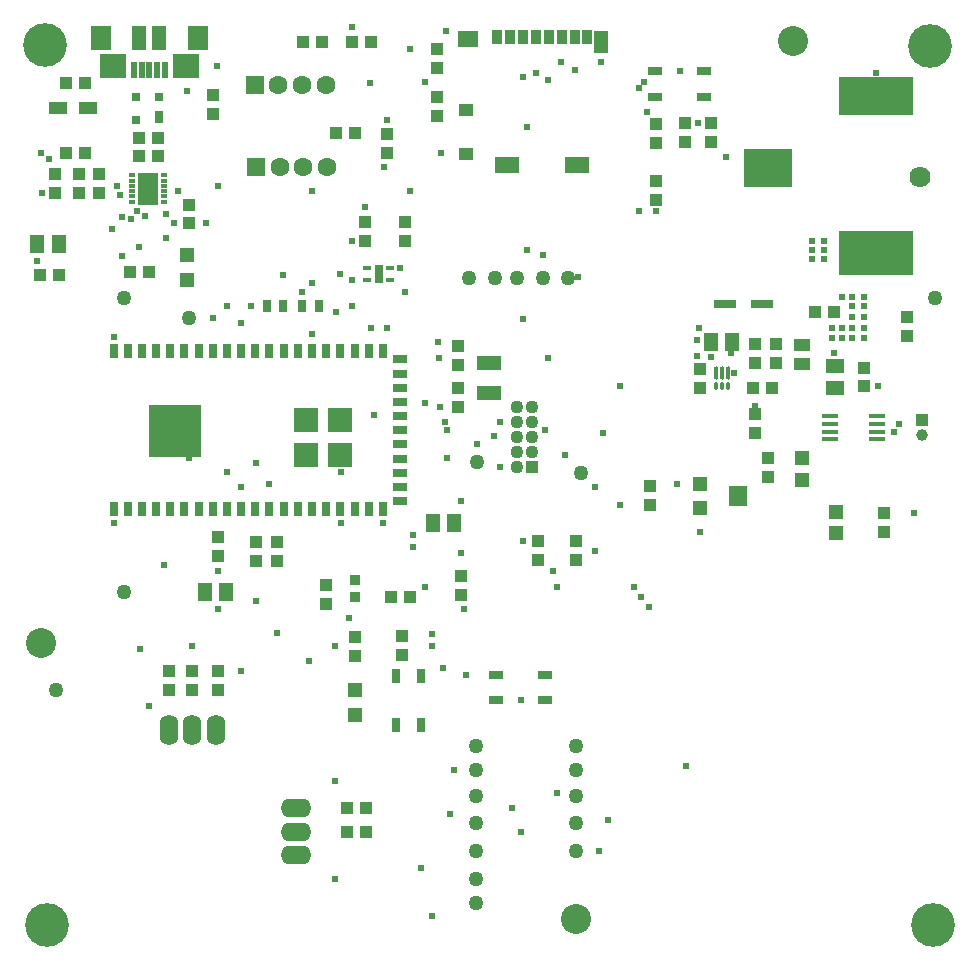
<source format=gts>
G04*
G04 #@! TF.GenerationSoftware,Altium Limited,Altium Designer,21.1.1 (26)*
G04*
G04 Layer_Color=8388736*
%FSLAX25Y25*%
%MOIN*%
G70*
G04*
G04 #@! TF.SameCoordinates,BA33E46C-C8C0-473A-8748-ADA81A7699FD*
G04*
G04*
G04 #@! TF.FilePolarity,Negative*
G04*
G01*
G75*
%ADD27R,0.15984X0.12992*%
%ADD28R,0.25000X0.15000*%
%ADD29R,0.25000X0.12992*%
%ADD30C,0.05000*%
%ADD49R,0.05315X0.01772*%
%ADD65R,0.02559X0.01378*%
%ADD66R,0.02559X0.01378*%
%ADD67R,0.02756X0.06299*%
%ADD68R,0.04534X0.02959*%
%ADD69R,0.04337X0.03943*%
%ADD70R,0.04928X0.06109*%
%ADD71R,0.08874X0.08874*%
%ADD72R,0.08274X0.08274*%
%ADD73R,0.05124X0.03156*%
%ADD74R,0.03156X0.05124*%
%ADD75R,0.03943X0.04337*%
%ADD76R,0.07290X0.02762*%
%ADD77R,0.05124X0.05124*%
%ADD78C,0.10000*%
%ADD79R,0.06306X0.06699*%
%ADD80R,0.05124X0.05124*%
%ADD81R,0.04731X0.04731*%
%ADD82R,0.06109X0.04928*%
%ADD83R,0.05715X0.04140*%
%ADD84R,0.03156X0.03943*%
%ADD85R,0.02959X0.04534*%
%ADD86R,0.01975X0.05715*%
%ADD87R,0.08668X0.08274*%
%ADD88R,0.06699X0.07880*%
%ADD89R,0.05124X0.07880*%
G04:AMPARAMS|DCode=90|XSize=27.62mil|YSize=13.84mil|CornerRadius=4.46mil|HoleSize=0mil|Usage=FLASHONLY|Rotation=90.000|XOffset=0mil|YOffset=0mil|HoleType=Round|Shape=RoundedRectangle|*
%AMROUNDEDRECTD90*
21,1,0.02762,0.00492,0,0,90.0*
21,1,0.01870,0.01384,0,0,90.0*
1,1,0.00892,0.00246,0.00935*
1,1,0.00892,0.00246,-0.00935*
1,1,0.00892,-0.00246,-0.00935*
1,1,0.00892,-0.00246,0.00935*
%
%ADD90ROUNDEDRECTD90*%
G04:AMPARAMS|DCode=91|XSize=43.37mil|YSize=11.87mil|CornerRadius=3.97mil|HoleSize=0mil|Usage=FLASHONLY|Rotation=90.000|XOffset=0mil|YOffset=0mil|HoleType=Round|Shape=RoundedRectangle|*
%AMROUNDEDRECTD91*
21,1,0.04337,0.00394,0,0,90.0*
21,1,0.03543,0.01187,0,0,90.0*
1,1,0.00794,0.00197,0.01772*
1,1,0.00794,0.00197,-0.01772*
1,1,0.00794,-0.00197,-0.01772*
1,1,0.00794,-0.00197,0.01772*
%
%ADD91ROUNDEDRECTD91*%
%ADD92R,0.07102X0.10646*%
%ADD93R,0.01975X0.01384*%
%ADD94R,0.05912X0.04337*%
%ADD95R,0.07880X0.04731*%
%ADD96R,0.03550X0.03550*%
%ADD97R,0.03156X0.02762*%
%ADD98R,0.03156X0.04337*%
%ADD99R,0.07880X0.05715*%
%ADD100R,0.05124X0.04337*%
%ADD101R,0.06502X0.05715*%
%ADD102R,0.03747X0.04731*%
%ADD103R,0.03353X0.04731*%
%ADD104R,0.05006X0.07487*%
%ADD105R,0.03937X0.03937*%
%ADD106C,0.03937*%
%ADD107C,0.07008*%
%ADD108C,0.04360*%
%ADD109R,0.04360X0.04360*%
%ADD110O,0.10243X0.06306*%
%ADD111O,0.06306X0.10243*%
%ADD112C,0.06306*%
%ADD113R,0.06306X0.06306*%
%ADD114C,0.14573*%
%ADD115C,0.02400*%
D27*
X250197Y262047D02*
D03*
D28*
X286181Y233740D02*
D03*
D29*
Y286063D02*
D03*
D30*
X305906Y218981D02*
D03*
X186221Y34646D02*
D03*
Y43701D02*
D03*
Y52756D02*
D03*
X13000Y88189D02*
D03*
X186221Y69685D02*
D03*
X153150Y164218D02*
D03*
X187795Y160614D02*
D03*
X152756Y17323D02*
D03*
Y69685D02*
D03*
X183465Y225590D02*
D03*
X159055D02*
D03*
X152756Y25197D02*
D03*
Y34646D02*
D03*
Y43701D02*
D03*
X57087Y212205D02*
D03*
X175197Y225590D02*
D03*
X35433Y121000D02*
D03*
X152756Y52756D02*
D03*
Y61417D02*
D03*
X166535Y225590D02*
D03*
X150394D02*
D03*
X186221Y61417D02*
D03*
X35433Y218898D02*
D03*
D49*
X270965Y179429D02*
D03*
Y176870D02*
D03*
Y174311D02*
D03*
Y171752D02*
D03*
X286516D02*
D03*
Y174311D02*
D03*
Y176870D02*
D03*
Y179429D02*
D03*
D65*
X124311Y228740D02*
D03*
D66*
X124311Y224803D02*
D03*
X116634D02*
D03*
Y228740D02*
D03*
D67*
X120472Y226772D02*
D03*
D68*
X175886Y93209D02*
D03*
X159547D02*
D03*
Y84744D02*
D03*
X175886D02*
D03*
X212697Y285925D02*
D03*
X229035D02*
D03*
Y294390D02*
D03*
X212697D02*
D03*
D69*
X186221Y137795D02*
D03*
Y131496D02*
D03*
X86614Y137402D02*
D03*
Y131102D02*
D03*
X211024Y156299D02*
D03*
Y150000D02*
D03*
X146850Y196653D02*
D03*
Y202953D02*
D03*
X296457Y212598D02*
D03*
Y206299D02*
D03*
X282283Y189370D02*
D03*
Y195669D02*
D03*
X147872Y120000D02*
D03*
Y126299D02*
D03*
X245866Y180020D02*
D03*
Y173721D02*
D03*
X50394Y94488D02*
D03*
Y88189D02*
D03*
X58268Y88189D02*
D03*
Y94488D02*
D03*
X66929Y94488D02*
D03*
Y88189D02*
D03*
X129134Y244094D02*
D03*
Y237795D02*
D03*
X123228Y273622D02*
D03*
Y267323D02*
D03*
X66929Y139150D02*
D03*
Y132850D02*
D03*
X79528Y137402D02*
D03*
Y131102D02*
D03*
X128093Y106299D02*
D03*
Y100000D02*
D03*
X112598Y99606D02*
D03*
Y105905D02*
D03*
X115748Y244094D02*
D03*
Y237795D02*
D03*
X146850Y188976D02*
D03*
Y182677D02*
D03*
X102857Y116746D02*
D03*
Y123045D02*
D03*
X173622Y137795D02*
D03*
Y131496D02*
D03*
X253000Y197244D02*
D03*
Y203543D02*
D03*
X245866D02*
D03*
Y197244D02*
D03*
X250197Y159055D02*
D03*
Y165354D02*
D03*
X212992Y276772D02*
D03*
Y270472D02*
D03*
X222441Y270866D02*
D03*
Y277165D02*
D03*
X231102Y277165D02*
D03*
Y270866D02*
D03*
X212992Y257874D02*
D03*
Y251575D02*
D03*
X288976Y147244D02*
D03*
Y140945D02*
D03*
X227559Y195260D02*
D03*
Y188961D02*
D03*
X139764Y301969D02*
D03*
Y295669D02*
D03*
X20472Y260236D02*
D03*
Y253937D02*
D03*
X57087Y250000D02*
D03*
Y243701D02*
D03*
X65136Y280228D02*
D03*
Y286528D02*
D03*
X12598Y253937D02*
D03*
Y260236D02*
D03*
X27165Y253937D02*
D03*
Y260236D02*
D03*
X139764Y279472D02*
D03*
Y285771D02*
D03*
X40400Y272328D02*
D03*
Y266028D02*
D03*
X46900D02*
D03*
Y272328D02*
D03*
D70*
X238189Y204283D02*
D03*
X231102D02*
D03*
X138457Y144000D02*
D03*
X145543D02*
D03*
X62457Y121000D02*
D03*
X69543D02*
D03*
X13780Y237008D02*
D03*
X6693D02*
D03*
D71*
X48108Y178916D02*
D03*
X56840D02*
D03*
X48108Y170325D02*
D03*
X56840D02*
D03*
D72*
X96360Y178105D02*
D03*
X107600D02*
D03*
X96360Y166593D02*
D03*
X107600D02*
D03*
D73*
X127502Y155890D02*
D03*
Y198409D02*
D03*
Y193685D02*
D03*
Y188961D02*
D03*
Y184236D02*
D03*
Y179512D02*
D03*
Y174787D02*
D03*
Y170063D02*
D03*
Y165339D02*
D03*
Y160614D02*
D03*
Y151165D02*
D03*
D74*
X32065Y201181D02*
D03*
X36789D02*
D03*
X41514D02*
D03*
X46238D02*
D03*
X50963D02*
D03*
X55687D02*
D03*
X60411D02*
D03*
X65136D02*
D03*
X69860D02*
D03*
X74585D02*
D03*
X79309D02*
D03*
X84034D02*
D03*
X88758D02*
D03*
X93482D02*
D03*
X98207D02*
D03*
X102931D02*
D03*
X107656D02*
D03*
X112380D02*
D03*
X117104D02*
D03*
X121829D02*
D03*
Y148425D02*
D03*
X117104D02*
D03*
X112380D02*
D03*
X107656D02*
D03*
X102931D02*
D03*
X98207D02*
D03*
X93482D02*
D03*
X88758D02*
D03*
X84034D02*
D03*
X79309D02*
D03*
X74585D02*
D03*
X69860D02*
D03*
X65136D02*
D03*
X60411D02*
D03*
X55687D02*
D03*
X50963D02*
D03*
X46238D02*
D03*
X41514D02*
D03*
X36789D02*
D03*
X32065D02*
D03*
D75*
X101575Y304331D02*
D03*
X95276D02*
D03*
X16142Y267323D02*
D03*
X22441D02*
D03*
X265850Y214231D02*
D03*
X272150D02*
D03*
X109843Y48819D02*
D03*
X116142D02*
D03*
X109843Y40945D02*
D03*
X116142D02*
D03*
X130709Y119291D02*
D03*
X124409D02*
D03*
X111417Y304309D02*
D03*
X117717D02*
D03*
X22441Y290551D02*
D03*
X16142D02*
D03*
X251378Y188961D02*
D03*
X245079D02*
D03*
X112598Y273699D02*
D03*
X106299D02*
D03*
X13780Y226378D02*
D03*
X7480D02*
D03*
X37659Y227559D02*
D03*
X43958D02*
D03*
D76*
X248228Y217000D02*
D03*
X236024D02*
D03*
D77*
X56500Y233268D02*
D03*
Y225000D02*
D03*
X112598Y79921D02*
D03*
Y88189D02*
D03*
D78*
X8000Y104000D02*
D03*
X258500Y304500D02*
D03*
X186221Y12000D02*
D03*
D79*
X240354Y152756D02*
D03*
D80*
X227559Y148819D02*
D03*
Y156693D02*
D03*
D81*
X261417Y158268D02*
D03*
Y165354D02*
D03*
X272835Y140551D02*
D03*
Y147638D02*
D03*
D82*
X272441Y188976D02*
D03*
Y196063D02*
D03*
D83*
X261417Y203150D02*
D03*
Y196850D02*
D03*
D84*
X100394Y216142D02*
D03*
X94882D02*
D03*
X83071D02*
D03*
X88583D02*
D03*
D85*
X126083Y92815D02*
D03*
Y76476D02*
D03*
X134547D02*
D03*
Y92815D02*
D03*
D86*
X38840Y294847D02*
D03*
X41399D02*
D03*
X43958D02*
D03*
X46517D02*
D03*
X49076D02*
D03*
D87*
X31754Y296126D02*
D03*
X56163D02*
D03*
D88*
X27817Y305378D02*
D03*
X60100D02*
D03*
D89*
X40612D02*
D03*
X47305D02*
D03*
D90*
X233032Y189370D02*
D03*
X235000D02*
D03*
X236968D02*
D03*
D91*
Y193701D02*
D03*
X235000D02*
D03*
X233032D02*
D03*
D92*
X43485Y255349D02*
D03*
D93*
X48800Y259778D02*
D03*
Y258006D02*
D03*
Y256235D02*
D03*
Y254463D02*
D03*
Y252691D02*
D03*
Y250920D02*
D03*
X38170D02*
D03*
Y252691D02*
D03*
Y254463D02*
D03*
Y256235D02*
D03*
Y258006D02*
D03*
Y259778D02*
D03*
D94*
X13386Y282283D02*
D03*
X23622D02*
D03*
D95*
X157110Y187205D02*
D03*
Y197047D02*
D03*
D96*
X112598Y119095D02*
D03*
Y125000D02*
D03*
D97*
X39451Y278291D02*
D03*
X47325Y285771D02*
D03*
X39451D02*
D03*
D98*
X47325Y279078D02*
D03*
D99*
X186655Y263069D02*
D03*
X163152D02*
D03*
D100*
X149372Y281474D02*
D03*
Y266908D02*
D03*
D101*
X150061Y305195D02*
D03*
D102*
X159746Y305687D02*
D03*
X164077D02*
D03*
X168407D02*
D03*
X172738D02*
D03*
X177069D02*
D03*
X181400D02*
D03*
X185730D02*
D03*
D103*
X189864D02*
D03*
D104*
X194628Y304309D02*
D03*
D105*
X301378Y178051D02*
D03*
D106*
Y173130D02*
D03*
D107*
X300984Y259055D02*
D03*
D108*
X166654Y182677D02*
D03*
X171653D02*
D03*
Y172677D02*
D03*
Y177677D02*
D03*
X166654Y172677D02*
D03*
Y177677D02*
D03*
Y167677D02*
D03*
Y162677D02*
D03*
X171653Y167677D02*
D03*
D109*
Y162677D02*
D03*
D110*
X92815Y33071D02*
D03*
Y40945D02*
D03*
Y48819D02*
D03*
D111*
X66142Y75000D02*
D03*
X58268D02*
D03*
X50394D02*
D03*
D112*
X95276Y262402D02*
D03*
X87402D02*
D03*
X103150D02*
D03*
X94882Y290002D02*
D03*
X87008D02*
D03*
X102756D02*
D03*
D113*
X79527Y262402D02*
D03*
X79134Y290002D02*
D03*
D114*
X9843Y9843D02*
D03*
X305118D02*
D03*
X9252Y303346D02*
D03*
X304280Y303000D02*
D03*
D115*
X238000Y200476D02*
D03*
X239000Y193772D02*
D03*
X132000Y139982D02*
D03*
X121829Y143877D02*
D03*
X108000D02*
D03*
X32123D02*
D03*
X32065Y205689D02*
D03*
X127502Y228740D02*
D03*
X108000Y161000D02*
D03*
X57086Y165354D02*
D03*
X231210Y199127D02*
D03*
X226378Y204784D02*
D03*
Y199521D02*
D03*
X227059Y208699D02*
D03*
X264875Y232000D02*
D03*
X268787Y232000D02*
D03*
X264875Y235000D02*
D03*
X268787D02*
D03*
Y238000D02*
D03*
X264875D02*
D03*
X272150Y200679D02*
D03*
X282283Y205512D02*
D03*
X278091D02*
D03*
X274721D02*
D03*
X271650D02*
D03*
Y208699D02*
D03*
X274721D02*
D03*
X282283D02*
D03*
X278091D02*
D03*
X282283Y212598D02*
D03*
X278091D02*
D03*
Y216219D02*
D03*
X282283Y216123D02*
D03*
Y219291D02*
D03*
X278091D02*
D03*
X274721D02*
D03*
X286306Y294015D02*
D03*
X187000Y225736D02*
D03*
X246000Y183000D02*
D03*
X212992Y248000D02*
D03*
X111396Y237795D02*
D03*
X287000Y189370D02*
D03*
X37900Y245163D02*
D03*
X40000Y248000D02*
D03*
X34931Y246000D02*
D03*
X10374Y265220D02*
D03*
X123151Y278291D02*
D03*
X209000Y290720D02*
D03*
X34226Y253232D02*
D03*
X33071Y256235D02*
D03*
X140775Y182677D02*
D03*
X140157Y204283D02*
D03*
X42488Y246063D02*
D03*
X63000Y243701D02*
D03*
X294000Y177000D02*
D03*
X119000Y180000D02*
D03*
X182450Y166593D02*
D03*
X194000Y34646D02*
D03*
X180000Y122441D02*
D03*
X178528Y127696D02*
D03*
X197000Y45000D02*
D03*
X170000Y235000D02*
D03*
Y276007D02*
D03*
X194628Y297450D02*
D03*
X207087Y288739D02*
D03*
X175300Y233268D02*
D03*
X210000Y281000D02*
D03*
X172738Y293926D02*
D03*
X177000Y291616D02*
D03*
X186000Y295000D02*
D03*
X130709Y254463D02*
D03*
Y301969D02*
D03*
X52105Y243701D02*
D03*
X49500Y239000D02*
D03*
X40612Y235827D02*
D03*
X31638Y242000D02*
D03*
X49400Y246942D02*
D03*
X34931Y232799D02*
D03*
X111396Y216142D02*
D03*
X111417Y224803D02*
D03*
X98353Y207000D02*
D03*
X98207Y223928D02*
D03*
X98353Y254463D02*
D03*
X153150Y170063D02*
D03*
X142519Y177677D02*
D03*
X158978Y172742D02*
D03*
X200787Y150000D02*
D03*
X195276Y173721D02*
D03*
X180000Y54000D02*
D03*
X148788Y115071D02*
D03*
X149458Y93209D02*
D03*
X134547Y29000D02*
D03*
X167717Y84744D02*
D03*
Y40945D02*
D03*
X165000Y48819D02*
D03*
X136000Y184000D02*
D03*
X144122Y47000D02*
D03*
X138189Y13000D02*
D03*
X58268Y103000D02*
D03*
X97120Y98000D02*
D03*
X69860Y160931D02*
D03*
X145543Y61613D02*
D03*
X79528Y164000D02*
D03*
X74585Y210630D02*
D03*
X106000Y58000D02*
D03*
Y25197D02*
D03*
X84034Y157000D02*
D03*
X118012Y208957D02*
D03*
X123228D02*
D03*
X48945Y129945D02*
D03*
X74585Y94488D02*
D03*
X142000Y95550D02*
D03*
X140645Y199000D02*
D03*
X177000Y198731D02*
D03*
X44000Y83000D02*
D03*
X41000Y102000D02*
D03*
X147872Y151165D02*
D03*
X192520Y134667D02*
D03*
X148000Y134000D02*
D03*
X168407Y137795D02*
D03*
X136000Y122441D02*
D03*
X132000Y136000D02*
D03*
X168407Y211713D02*
D03*
X74585Y155890D02*
D03*
X79528Y117935D02*
D03*
X175886Y174803D02*
D03*
X106209Y214280D02*
D03*
X207087Y248000D02*
D03*
X236055Y265913D02*
D03*
X226772Y277165D02*
D03*
X220866Y294390D02*
D03*
X227559Y140945D02*
D03*
X223000Y63000D02*
D03*
X141339Y267323D02*
D03*
X143000Y308000D02*
D03*
X181362Y297390D02*
D03*
X219783Y156693D02*
D03*
X210700Y116000D02*
D03*
X138189Y103000D02*
D03*
X106000D02*
D03*
X66929Y115071D02*
D03*
Y128000D02*
D03*
X208000Y119291D02*
D03*
X138189Y106693D02*
D03*
X86614Y107087D02*
D03*
X110517Y112205D02*
D03*
X205512Y122441D02*
D03*
X168407Y292616D02*
D03*
X135987Y290720D02*
D03*
X77953Y216142D02*
D03*
X115748Y249213D02*
D03*
X111396Y309055D02*
D03*
X129134Y220866D02*
D03*
X107656Y226772D02*
D03*
X94882Y220866D02*
D03*
X88583Y226378D02*
D03*
X122350Y262402D02*
D03*
X117572Y290441D02*
D03*
X56500Y287992D02*
D03*
X66601Y296126D02*
D03*
X7881Y267323D02*
D03*
X8268Y253937D02*
D03*
X6693Y231102D02*
D03*
X161024Y177677D02*
D03*
Y162677D02*
D03*
X143095Y174787D02*
D03*
X143110Y165354D02*
D03*
X192520Y155890D02*
D03*
X200787Y189370D02*
D03*
X298819Y147244D02*
D03*
X66929Y256235D02*
D03*
X65136Y212205D02*
D03*
X69860Y216142D02*
D03*
X292126Y174311D02*
D03*
X53383Y254463D02*
D03*
X41517Y258892D02*
D03*
Y255349D02*
D03*
Y251805D02*
D03*
X45454D02*
D03*
Y255349D02*
D03*
Y258892D02*
D03*
M02*

</source>
